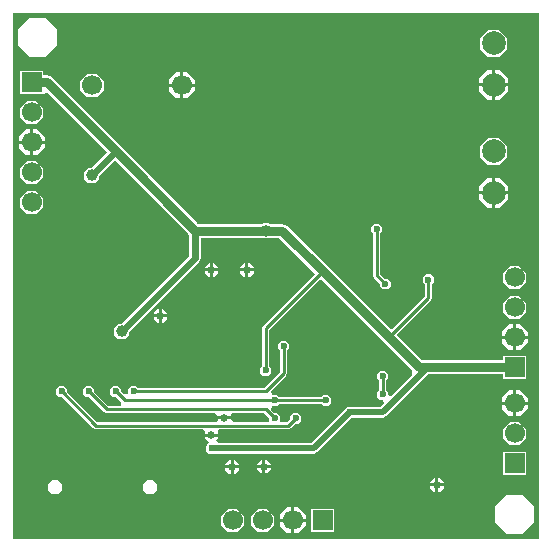
<source format=gbl>
G04*
G04 #@! TF.GenerationSoftware,Altium Limited,Altium Designer,22.1.2 (22)*
G04*
G04 Layer_Physical_Order=2*
G04 Layer_Color=16711680*
%FSLAX25Y25*%
%MOIN*%
G70*
G04*
G04 #@! TF.SameCoordinates,916DC4FC-BA67-46E0-AC62-78C5DE96CB0C*
G04*
G04*
G04 #@! TF.FilePolarity,Positive*
G04*
G01*
G75*
%ADD11C,0.02362*%
%ADD12C,0.01000*%
%ADD59C,0.03150*%
%ADD60C,0.01968*%
%ADD61C,0.06693*%
%ADD62R,0.06693X0.06693*%
%ADD63R,0.06693X0.06693*%
%ADD64C,0.07874*%
%ADD65C,0.02500*%
%ADD66C,0.02362*%
%ADD67C,0.03937*%
G36*
X176304Y861D02*
X861D01*
Y176304D01*
X176304D01*
X176304Y861D01*
D02*
G37*
%LPC*%
G36*
X11694Y174504D02*
X6306D01*
X2496Y170694D01*
Y165306D01*
X6306Y161496D01*
X11694D01*
X15504Y165306D01*
Y170694D01*
X11694Y174504D01*
D02*
G37*
G36*
X162879Y170535D02*
X159121D01*
X156465Y167879D01*
Y164121D01*
X159121Y161465D01*
X162879D01*
X165535Y164121D01*
Y167879D01*
X162879Y170535D01*
D02*
G37*
G36*
X163045Y157158D02*
X161500D01*
Y152720D01*
X165937D01*
Y154265D01*
X163045Y157158D01*
D02*
G37*
G36*
X160500D02*
X158955D01*
X156063Y154265D01*
Y152720D01*
X160500D01*
Y157158D01*
D02*
G37*
G36*
X58800Y156346D02*
X57500D01*
Y152500D01*
X61347D01*
Y153800D01*
X58800Y156346D01*
D02*
G37*
G36*
X56500D02*
X55200D01*
X52653Y153800D01*
Y152500D01*
X56500D01*
Y156346D01*
D02*
G37*
G36*
X28713Y155945D02*
X25445D01*
X23134Y153634D01*
Y150366D01*
X25445Y148055D01*
X28713D01*
X31024Y150366D01*
Y153634D01*
X28713Y155945D01*
D02*
G37*
G36*
X61347Y151500D02*
X57500D01*
Y147653D01*
X58800D01*
X61347Y150200D01*
Y151500D01*
D02*
G37*
G36*
X56500D02*
X52653D01*
Y150200D01*
X55200Y147653D01*
X56500D01*
Y151500D01*
D02*
G37*
G36*
X165937Y151720D02*
X161500D01*
Y147283D01*
X163045D01*
X165937Y150175D01*
Y151720D01*
D02*
G37*
G36*
X160500D02*
X156063D01*
Y150175D01*
X158955Y147283D01*
X160500D01*
Y151720D01*
D02*
G37*
G36*
X8634Y146945D02*
X5366D01*
X3055Y144634D01*
Y141366D01*
X5366Y139055D01*
X8634D01*
X10945Y141366D01*
Y144634D01*
X8634Y146945D01*
D02*
G37*
G36*
X8800Y137346D02*
X7500D01*
Y133500D01*
X11347D01*
Y134800D01*
X8800Y137346D01*
D02*
G37*
G36*
X6500D02*
X5200D01*
X2654Y134800D01*
Y133500D01*
X6500D01*
Y137346D01*
D02*
G37*
G36*
X11347Y132500D02*
X7500D01*
Y128654D01*
X8800D01*
X11347Y131200D01*
Y132500D01*
D02*
G37*
G36*
X6500D02*
X2654D01*
Y131200D01*
X5200Y128654D01*
X6500D01*
Y132500D01*
D02*
G37*
G36*
X162879Y134535D02*
X159121D01*
X156465Y131879D01*
Y128121D01*
X159121Y125465D01*
X162879D01*
X165535Y128121D01*
Y131879D01*
X162879Y134535D01*
D02*
G37*
G36*
X8634Y126945D02*
X5366D01*
X3055Y124634D01*
Y121366D01*
X5366Y119055D01*
X8634D01*
X10945Y121366D01*
Y124634D01*
X8634Y126945D01*
D02*
G37*
G36*
X163045Y121158D02*
X161500D01*
Y116720D01*
X165937D01*
Y118265D01*
X163045Y121158D01*
D02*
G37*
G36*
X160500D02*
X158955D01*
X156063Y118265D01*
Y116720D01*
X160500D01*
Y121158D01*
D02*
G37*
G36*
X165937Y115720D02*
X161500D01*
Y111284D01*
X163045D01*
X165937Y114175D01*
Y115720D01*
D02*
G37*
G36*
X160500D02*
X156063D01*
Y114175D01*
X158955Y111284D01*
X160500D01*
Y115720D01*
D02*
G37*
G36*
X8634Y116945D02*
X5366D01*
X3055Y114634D01*
Y111366D01*
X5366Y109055D01*
X8634D01*
X10945Y111366D01*
Y114634D01*
X8634Y116945D01*
D02*
G37*
G36*
X79672Y92801D02*
X79240D01*
Y91051D01*
X80990D01*
Y91483D01*
X79672Y92801D01*
D02*
G37*
G36*
X78240D02*
X77808D01*
X76490Y91483D01*
Y91051D01*
X78240D01*
Y92801D01*
D02*
G37*
G36*
X67861D02*
X67429D01*
Y91051D01*
X69179D01*
Y91483D01*
X67861Y92801D01*
D02*
G37*
G36*
X66429D02*
X65997D01*
X64679Y91483D01*
Y91051D01*
X66429D01*
Y92801D01*
D02*
G37*
G36*
X80990Y90051D02*
X79240D01*
Y88301D01*
X79672D01*
X80990Y89619D01*
Y90051D01*
D02*
G37*
G36*
X78240D02*
X76490D01*
Y89619D01*
X77808Y88301D01*
X78240D01*
Y90051D01*
D02*
G37*
G36*
X69179D02*
X67429D01*
Y88301D01*
X67861D01*
X69179Y89619D01*
Y90051D01*
D02*
G37*
G36*
X66429D02*
X64679D01*
Y89619D01*
X65997Y88301D01*
X66429D01*
Y90051D01*
D02*
G37*
G36*
X122737Y105780D02*
X121263D01*
X120220Y104737D01*
Y103263D01*
X120811Y102672D01*
Y88772D01*
X121159Y87931D01*
X123138Y85953D01*
Y85118D01*
X124180Y84075D01*
X125655D01*
X126697Y85118D01*
Y86592D01*
X125655Y87634D01*
X124819D01*
X123189Y89265D01*
Y102672D01*
X123779Y103263D01*
Y104737D01*
X122737Y105780D01*
D02*
G37*
G36*
X169634Y91945D02*
X166366D01*
X164055Y89634D01*
Y86366D01*
X166366Y84055D01*
X169634D01*
X171945Y86366D01*
Y89634D01*
X169634Y91945D01*
D02*
G37*
G36*
X50826Y77435D02*
X50394D01*
Y75685D01*
X52144D01*
Y76117D01*
X50826Y77435D01*
D02*
G37*
G36*
X49394D02*
X48962D01*
X47644Y76117D01*
Y75685D01*
X49394D01*
Y77435D01*
D02*
G37*
G36*
X169634Y81945D02*
X166366D01*
X164055Y79634D01*
Y76366D01*
X166366Y74055D01*
X169634D01*
X171945Y76366D01*
Y79634D01*
X169634Y81945D01*
D02*
G37*
G36*
X52144Y74685D02*
X50394D01*
Y72935D01*
X50826D01*
X52144Y74253D01*
Y74685D01*
D02*
G37*
G36*
X49394D02*
X47644D01*
Y74253D01*
X48962Y72935D01*
X49394D01*
Y74685D01*
D02*
G37*
G36*
X169800Y72347D02*
X168500D01*
Y68500D01*
X172346D01*
Y69800D01*
X169800Y72347D01*
D02*
G37*
G36*
X167500D02*
X166200D01*
X163654Y69800D01*
Y68500D01*
X167500D01*
Y72347D01*
D02*
G37*
G36*
X172346Y67500D02*
X168500D01*
Y63653D01*
X169800D01*
X172346Y66200D01*
Y67500D01*
D02*
G37*
G36*
X167500D02*
X163654D01*
Y66200D01*
X166200Y63653D01*
X167500D01*
Y67500D01*
D02*
G37*
G36*
X91737Y66780D02*
X90263D01*
X89220Y65737D01*
Y64263D01*
X89811Y63672D01*
Y56493D01*
X84508Y51189D01*
X42328D01*
X41737Y51780D01*
X40263D01*
X39220Y50737D01*
Y49370D01*
X39220Y49263D01*
X39173Y49178D01*
X37709Y48973D01*
X36779Y49902D01*
Y50737D01*
X35737Y51780D01*
X34263D01*
X33220Y50737D01*
Y49263D01*
X34263Y48221D01*
X35098D01*
X36949Y46370D01*
X36698Y45379D01*
X36586Y45189D01*
X32493D01*
X27779Y49902D01*
Y50737D01*
X26737Y51780D01*
X25263D01*
X24220Y50737D01*
Y49263D01*
X25263Y48221D01*
X26098D01*
X31159Y43159D01*
X32000Y42811D01*
X68042D01*
X68926Y41793D01*
X73480D01*
Y42225D01*
X73723Y42811D01*
X84508D01*
X86221Y41098D01*
Y40263D01*
X85996Y39720D01*
X74396D01*
X73480Y40792D01*
Y40793D01*
X68980D01*
Y40361D01*
X68715Y39720D01*
X28961D01*
X18779Y49902D01*
Y50737D01*
X17737Y51780D01*
X16263D01*
X15221Y50737D01*
Y49263D01*
X16263Y48221D01*
X17098D01*
X27628Y37691D01*
X28468Y37343D01*
X64274D01*
X64679Y36365D01*
Y35933D01*
X69179D01*
Y36365D01*
X69584Y37343D01*
X92532D01*
X93372Y37691D01*
X94902Y39220D01*
X95737D01*
X96780Y40263D01*
Y41737D01*
X95737Y42779D01*
X94263D01*
X93221Y41737D01*
Y40902D01*
X92039Y39720D01*
X90004D01*
X89780Y40263D01*
Y41737D01*
X88737Y42779D01*
X87902D01*
X86890Y43791D01*
X87169Y45182D01*
X87263Y45221D01*
X87263Y45220D01*
X87263Y45221D01*
X88737D01*
X89328Y45811D01*
X103672D01*
X104263Y45221D01*
X105737D01*
X106780Y46263D01*
Y47737D01*
X105737Y48779D01*
X104263D01*
X103672Y48189D01*
X89328D01*
X88737Y48779D01*
X87263D01*
X87169Y48818D01*
X86890Y50209D01*
X91841Y55159D01*
X92189Y56000D01*
Y63672D01*
X92779Y64263D01*
Y65737D01*
X91737Y66780D01*
D02*
G37*
G36*
X10945Y156945D02*
X3055D01*
Y149055D01*
X10945D01*
Y149058D01*
X12126Y149547D01*
X31975Y129699D01*
X26843Y124567D01*
X25937D01*
X24433Y123063D01*
Y120937D01*
X25937Y119433D01*
X28063D01*
X29567Y120937D01*
Y121843D01*
X34699Y126975D01*
X59460Y102214D01*
Y95184D01*
X36843Y72567D01*
X35937D01*
X34433Y71063D01*
Y68937D01*
X35937Y67433D01*
X38063D01*
X39567Y68937D01*
Y69843D01*
X62748Y93024D01*
X63312Y94386D01*
Y101262D01*
X83731D01*
X83975Y101017D01*
X86102D01*
X86347Y101262D01*
X89411D01*
X101496Y89177D01*
X84159Y71841D01*
X83811Y71000D01*
Y58328D01*
X83220Y57737D01*
Y56263D01*
X84263Y55221D01*
X85737D01*
X86779Y56263D01*
Y57737D01*
X86189Y58328D01*
Y70508D01*
X103177Y87496D01*
X124337Y66337D01*
X133790Y56883D01*
X133910Y55332D01*
X126961Y48383D01*
X125779Y48873D01*
Y49737D01*
X125189Y50328D01*
Y53672D01*
X125779Y54263D01*
Y55737D01*
X124737Y56779D01*
X123263D01*
X122221Y55737D01*
Y54263D01*
X122811Y53672D01*
Y50328D01*
X122221Y49737D01*
Y48263D01*
X123263Y47221D01*
X124127D01*
X124617Y46039D01*
X123290Y44713D01*
X113804D01*
X113737Y44780D01*
X112263D01*
X111221Y43737D01*
Y43643D01*
X100290Y32713D01*
X69061D01*
X68572Y33894D01*
X69179Y34501D01*
Y34933D01*
X64679D01*
Y34501D01*
X65525Y33655D01*
X65975Y33121D01*
X65635Y32152D01*
X65220Y31737D01*
Y30263D01*
X66263Y29221D01*
X67737D01*
X67804Y29287D01*
X101000D01*
X102211Y29789D01*
X113643Y41221D01*
X113737D01*
X113804Y41287D01*
X124000D01*
X125211Y41789D01*
X139070Y55648D01*
X164055D01*
Y54055D01*
X171945D01*
Y61945D01*
X164055D01*
Y60352D01*
X136974D01*
X128504Y68823D01*
X140085Y80404D01*
X140433Y81244D01*
Y85919D01*
X141024Y86509D01*
Y87984D01*
X139981Y89026D01*
X138507D01*
X137465Y87984D01*
Y86509D01*
X138055Y85919D01*
Y81737D01*
X126823Y70504D01*
X105663Y91663D01*
X105663Y91663D01*
X105663Y91663D01*
X92049Y105278D01*
X90386Y105966D01*
X86286D01*
X86102Y106151D01*
X83975D01*
X83791Y105966D01*
X62360D01*
X36663Y131663D01*
X13663Y154663D01*
X12000Y155352D01*
X10945D01*
Y156945D01*
D02*
G37*
G36*
X169800Y50346D02*
X168500D01*
Y46500D01*
X172346D01*
Y47800D01*
X169800Y50346D01*
D02*
G37*
G36*
X167500D02*
X166200D01*
X163654Y47800D01*
Y46500D01*
X167500D01*
Y50346D01*
D02*
G37*
G36*
X172346Y45500D02*
X168500D01*
Y41654D01*
X169800D01*
X172346Y44200D01*
Y45500D01*
D02*
G37*
G36*
X167500D02*
X163654D01*
Y44200D01*
X166200Y41654D01*
X167500D01*
Y45500D01*
D02*
G37*
G36*
X169634Y39945D02*
X166366D01*
X164055Y37634D01*
Y34366D01*
X166366Y32055D01*
X169634D01*
X171945Y34366D01*
Y37634D01*
X169634Y39945D01*
D02*
G37*
G36*
X85392Y27196D02*
X84960D01*
Y25446D01*
X86710D01*
Y25878D01*
X85392Y27196D01*
D02*
G37*
G36*
X83960D02*
X83528D01*
X82210Y25878D01*
Y25446D01*
X83960D01*
Y27196D01*
D02*
G37*
G36*
X74809Y27089D02*
X74377D01*
Y25339D01*
X76127D01*
Y25771D01*
X74809Y27089D01*
D02*
G37*
G36*
X73377D02*
X72945D01*
X71627Y25771D01*
Y25339D01*
X73377D01*
Y27089D01*
D02*
G37*
G36*
X86710Y24446D02*
X84960D01*
Y22696D01*
X85392D01*
X86710Y24014D01*
Y24446D01*
D02*
G37*
G36*
X83960D02*
X82210D01*
Y24014D01*
X83528Y22696D01*
X83960D01*
Y24446D01*
D02*
G37*
G36*
X76127Y24339D02*
X74377D01*
Y22589D01*
X74809D01*
X76127Y23907D01*
Y24339D01*
D02*
G37*
G36*
X73377D02*
X71627D01*
Y23907D01*
X72945Y22589D01*
X73377D01*
Y24339D01*
D02*
G37*
G36*
X171945Y29945D02*
X164055D01*
Y22055D01*
X171945D01*
Y29945D01*
D02*
G37*
G36*
X142998Y21082D02*
X142566D01*
Y19332D01*
X144316D01*
Y19764D01*
X142998Y21082D01*
D02*
G37*
G36*
X141566D02*
X141134D01*
X139816Y19764D01*
Y19332D01*
X141566D01*
Y21082D01*
D02*
G37*
G36*
X144316Y18332D02*
X142566D01*
Y16582D01*
X142998D01*
X144316Y17900D01*
Y18332D01*
D02*
G37*
G36*
X141566D02*
X139816D01*
Y17900D01*
X141134Y16582D01*
X141566D01*
Y18332D01*
D02*
G37*
G36*
X47375Y20580D02*
X45412D01*
X44024Y19191D01*
Y17228D01*
X45412Y15840D01*
X47375D01*
X48764Y17228D01*
Y19191D01*
X47375Y20580D01*
D02*
G37*
G36*
X15879D02*
X13916D01*
X12528Y19191D01*
Y17228D01*
X13916Y15840D01*
X15879D01*
X17268Y17228D01*
Y19191D01*
X15879Y20580D01*
D02*
G37*
G36*
X95800Y11347D02*
X94500D01*
Y7500D01*
X98347D01*
Y8800D01*
X95800Y11347D01*
D02*
G37*
G36*
X93500D02*
X92200D01*
X89653Y8800D01*
Y7500D01*
X93500D01*
Y11347D01*
D02*
G37*
G36*
X107945Y10945D02*
X100055D01*
Y3055D01*
X107945D01*
Y10945D01*
D02*
G37*
G36*
X85634D02*
X82366D01*
X80055Y8634D01*
Y5366D01*
X82366Y3055D01*
X85634D01*
X87945Y5366D01*
Y8634D01*
X85634Y10945D01*
D02*
G37*
G36*
X75634D02*
X72366D01*
X70055Y8634D01*
Y5366D01*
X72366Y3055D01*
X75634D01*
X77945Y5366D01*
Y8634D01*
X75634Y10945D01*
D02*
G37*
G36*
X98347Y6500D02*
X94500D01*
Y2654D01*
X95800D01*
X98347Y5200D01*
Y6500D01*
D02*
G37*
G36*
X93500D02*
X89653D01*
Y5200D01*
X92200Y2654D01*
X93500D01*
Y6500D01*
D02*
G37*
G36*
X170694Y15504D02*
X165306D01*
X161496Y11694D01*
Y6306D01*
X165306Y2496D01*
X170694D01*
X174504Y6306D01*
Y11694D01*
X170694Y15504D01*
D02*
G37*
%LPD*%
D11*
X27000Y122000D02*
X35000Y130000D01*
X37000Y70000D02*
X61386Y94386D01*
Y103614D01*
D12*
X139244Y81244D02*
Y87247D01*
X126000Y68000D02*
X139244Y81244D01*
X28468Y38532D02*
X92532D01*
X95000Y41000D01*
X17000Y50000D02*
X28468Y38532D01*
X38000Y47000D02*
X88000D01*
X32000Y44000D02*
X85000D01*
X88000Y47000D02*
X105000D01*
X35000Y50000D02*
X38000Y47000D01*
X26000Y50000D02*
X32000Y44000D01*
X85000D02*
X88000Y41000D01*
X41000Y50000D02*
X85000D01*
X124000Y49000D02*
Y55000D01*
X85000Y71000D02*
X104000Y90000D01*
X85000Y57000D02*
Y71000D01*
X91000Y56000D02*
Y65000D01*
X85000Y50000D02*
X91000Y56000D01*
X122000Y88772D02*
X124917Y85855D01*
X122000Y88772D02*
Y104000D01*
D59*
X61386Y103614D02*
X90386D01*
X7000Y153000D02*
X12000D01*
X35000Y130000D01*
X61386Y103614D01*
X104000Y90000D02*
X104000D01*
X90386Y103614D02*
X104000Y90000D01*
X126000Y68000D02*
X136000Y58000D01*
X104000Y90000D02*
X126000Y68000D01*
X139000Y58000D02*
X168000D01*
X136000D02*
X139000D01*
D60*
X101000Y31000D02*
X113000Y43000D01*
X67000Y31000D02*
X101000D01*
X113000Y43000D02*
X124000D01*
X139000Y58000D01*
D61*
X74000Y7000D02*
D03*
X94000D02*
D03*
X84000D02*
D03*
X7000Y113000D02*
D03*
Y123000D02*
D03*
Y143000D02*
D03*
Y133000D02*
D03*
X168000Y88000D02*
D03*
Y68000D02*
D03*
Y78000D02*
D03*
Y46000D02*
D03*
Y36000D02*
D03*
X57000Y152000D02*
D03*
X27079D02*
D03*
D62*
X104000Y7000D02*
D03*
D63*
X7000Y153000D02*
D03*
X168000Y58000D02*
D03*
Y26000D02*
D03*
D64*
X161000Y166000D02*
D03*
Y152220D02*
D03*
Y130000D02*
D03*
Y116220D02*
D03*
D65*
X174436Y15683D02*
D03*
X104515Y15127D02*
D03*
X96377D02*
D03*
X116735Y50696D02*
D03*
X118211Y27077D02*
D03*
X15551Y135870D02*
D03*
X78993Y56958D02*
D03*
X91244Y87291D02*
D03*
X94812Y61195D02*
D03*
X92157Y96543D02*
D03*
X131888Y98442D02*
D03*
X153543Y74803D02*
D03*
X79749Y73928D02*
D03*
X142066Y18832D02*
D03*
X91695Y135943D02*
D03*
X78740Y118110D02*
D03*
X86614D02*
D03*
X94488D02*
D03*
X169291Y145669D02*
D03*
Y137795D02*
D03*
X149606D02*
D03*
X141732D02*
D03*
Y157480D02*
D03*
Y169291D02*
D03*
X110236Y157480D02*
D03*
Y169291D02*
D03*
X74803D02*
D03*
X62992D02*
D03*
X51181D02*
D03*
X39370D02*
D03*
X27559D02*
D03*
X43307Y149606D02*
D03*
X66929Y125984D02*
D03*
X55118D02*
D03*
X66929Y137795D02*
D03*
X55118D02*
D03*
X43307D02*
D03*
X162279Y97531D02*
D03*
Y105118D02*
D03*
X146765Y107916D02*
D03*
Y114995D02*
D03*
Y121056D02*
D03*
X158465Y85264D02*
D03*
X150928D02*
D03*
X22702Y116352D02*
D03*
X15594D02*
D03*
X15748Y90551D02*
D03*
Y82677D02*
D03*
X7874D02*
D03*
Y90551D02*
D03*
X15748Y27559D02*
D03*
X23622D02*
D03*
X31496D02*
D03*
X39370D02*
D03*
X47244D02*
D03*
Y35433D02*
D03*
X39370D02*
D03*
X31496D02*
D03*
X23622D02*
D03*
X15748D02*
D03*
X156933Y18271D02*
D03*
Y33005D02*
D03*
Y43045D02*
D03*
X149972Y26754D02*
D03*
X102672Y40982D02*
D03*
X111285Y11196D02*
D03*
X104515Y22193D02*
D03*
X96377D02*
D03*
X84460Y24946D02*
D03*
X73877Y24839D02*
D03*
X66929Y35433D02*
D03*
X71230Y41293D02*
D03*
X116839Y69062D02*
D03*
X124103Y76284D02*
D03*
X116882Y88178D02*
D03*
X108131Y71611D02*
D03*
X78740Y90551D02*
D03*
X66929D02*
D03*
X51181Y98425D02*
D03*
X39370D02*
D03*
X39160Y88739D02*
D03*
X49840D02*
D03*
X49894Y75185D02*
D03*
D66*
X139244Y87247D02*
D03*
X41000Y50000D02*
D03*
X67000Y31000D02*
D03*
X113000Y43000D02*
D03*
X124000Y55000D02*
D03*
Y49000D02*
D03*
X139000Y58000D02*
D03*
X85000Y57000D02*
D03*
X91000Y65000D02*
D03*
X122000Y104000D02*
D03*
X124917Y85855D02*
D03*
X35000Y50000D02*
D03*
X26000D02*
D03*
X17000D02*
D03*
X95000Y41000D02*
D03*
X88000D02*
D03*
X105000Y47000D02*
D03*
X88000D02*
D03*
D67*
X85039Y103584D02*
D03*
X37000Y70000D02*
D03*
X27000Y122000D02*
D03*
M02*

</source>
